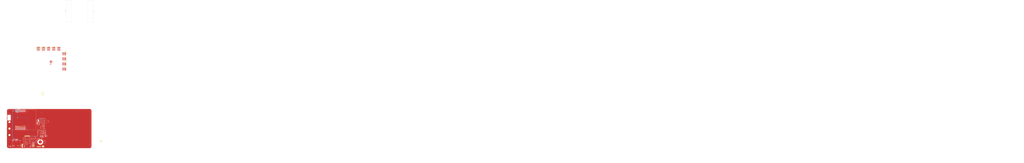
<source format=kicad_pcb>
(kicad_pcb (version 20240108) (generator "pcbnew") (generator_version "8.0")
  (layers (0 "F.Cu" power "F.Cu (GND)") (1 "In1.Cu" signal "In1.Cu (SIG)") (2 "In2.Cu" power "In2.Cu (PWR)") (31 "B.Cu" signal "B.Cu (Data)") (34 "B.Paste" user) (35 "F.Paste" user) (36 "B.SilkS" user "B.Silkscreen") (37 "F.SilkS" user "F.Silkscreen") (38 "B.Mask" user) (39 "F.Mask" user) (44 "Edge.Cuts" user))
  (net 0 "")
  (net 1 "Net-(3.3V501-A)")
  (net 2 "GND")
  (net 3 "VSYS1")
  (net 4 "GPIO23")
  (net 5 "GPIO24")
  (net 6 "SDA3 (GPIO4)")
  (net 7 "Ethernet_Pair0_P")
  (net 8 "SD_VDD_OVERRIDE")
  (net 9 "SDA0")
  (net 10 "Ethernet_Pair0_N")
  (net 11 "GPIO14")
  (net 12 "Camera_GPIO ")
  (net 13 "GPIO_VREF")
  (net 14 "GPIO9")
  (net 15 "GPIO25")
  (net 16 "GPIO11")
  (net 17 "GPIO8")
  (net 18 "GPIO0")
  (net 19 "GPIO1")
  (net 20 "Ethernet_Pair1_P")
  (net 21 "GPIO12")
  (net 22 "GPIO13")
  (net 23 "GPIO19")
  (net 24 "GPIO16")
  (net 25 "GPIO20")
  (net 26 "GPIO21")
  (net 27 "VSAFE")
  (net 28 "VIN")
  (net 29 "CM4_1.8V (Output)")
  (net 30 "AnalogIP0")
  (net 31 " EEPROM_nWP")
  (net 32 "SD_DAT5")
  (net 33 "SD_DAT2")
  (net 34 "Ethernet_nLED2")
  (net 35 "SD_CMD")
  (net 36 "GLOBAL_EN")
  (net 37 "SD_PWR_ON")
  (net 38 "Ethernet_nLED1 ")
  (net 39 "SCL3 (GPIO5)")
  (net 40 "CM4_3.3V (Output) ")
  (net 41 "SDA1 (GPIO2)")
  (net 42 "Ethernet_SYNC_IN")
  (net 43 "GPIO15")
  (net 44 "GPIO10")
  (net 45 "SD_DAT6")
  (net 46 "SD_DAT1")
  (net 47 "RUN_PG")
  (net 48 "Ethernet_Pair3_N")
  (net 49 "Ethernet_Pair1_N")
  (net 50 "nRPIBOOT")
  (net 51 "PI_LED_nPWR")
  (net 52 "Ethernet_Pair2_N")
  (net 53 "GPIO22")
  (net 54 "GPIO18")
  (net 55 "Ethernet_Pair3_P")
  (net 56 "SD_DAT0")
  (net 57 "Ethernet_SYNC_OUT")
  (net 58 "SD_DAT3")
  (net 59 "SD_DAT4")
  (net 60 "GPIO27")
  (net 61 "Ethernet_Pair2_P")
  (net 62 "SD_CLK")
  (net 63 "GPIO17")
  (net 64 " Pi_nLED_Activity ")
  (net 65 "SD_DAT7")
  (net 66 "AnalogIP1")
  (net 67 "BT_nDisable")
  (net 68 "WL_nDisable")
  (net 69 "SCL1 (GPIO3)")
  (net 70 "Ethernet_nLED3")
  (net 71 "nEXTRST")
  (net 72 "HDMI0_CLK_P ")
  (net 73 "HDMI1_CLK_N")
  (net 74 "HDMI0_CLK_N")
  (net 75 "CAM1_D1_P ")
  (net 76 "PCIe_TX_P ")
  (net 77 "CAM0_D0_N")
  (net 78 "DSI1_D0_N")
  (net 79 "HDMI0_SDA")
  (net 80 "USB_N")
  (net 81 "USB_OTG_ID")
  (net 82 "CAM1_D0_P ")
  (net 83 "CAM1_C_N")
  (net 84 "CAM1_D3_P")
  (net 85 "HDMI1_HOTPLUG")
  (net 86 "DSI1_D2_P")
  (net 87 "HDMI1_SCL")
  (net 88 "HDMI0_TX0_N")
  (net 89 "DSI0_D1_P")
  (net 90 "DSI1_D0_P")
  (net 91 "CAM0_D1_N")
  (net 92 "HDMI1_TX0_P")
  (net 93 "USB_P")
  (net 94 "CAM1_D0_N")
  (net 95 "DSI1_D2_N")
  (net 96 "DSI0_D1_N")
  (net 97 "CAM0_C_P")
  (net 98 "HDMI1_SDA")
  (net 99 "CAM1_D2_N")
  (net 100 "DSI1_C_P")
  (net 101 "PCIe_RX_N ")
  (net 102 "PCIe_RX_P")
  (net 103 "HDMI1_TX1_P")
  (net 104 "CAM1_D3_N")
  (net 105 "PCIe_TX_N")
  (net 106 "CAM0_D0_P")
  (net 107 "PCIe_nRST")
  (net 108 "HDMI1_CEC")
  (net 109 "CAM1_D2_P")
  (net 110 "CAM0_D1_P")
  (net 111 "CAM1_C_P")
  (net 112 "DSI1_D1_N")
  (net 113 "HDMI0_SCL")
  (net 114 "HDMI0_TX1_N")
  (net 115 "DSI0_C_P")
  (net 116 "HDMI1_TX1_N")
  (net 117 "PCIe_CLK_P")
  (net 118 "PCIe_CLK_nREQ")
  (net 119 "HDMI1_TX2_P")
  (net 120 "DSI1_D1_P")
  (net 121 "CAM1_D1_N")
  (net 122 "HDMI0_TX2_N")
  (net 123 "HDMI1_TX2_N")
  (net 124 "HDMI0_TX0_P ")
  (net 125 "CAM0_C_N")
  (net 126 "PCIe_CLK_N")
  (net 127 "DSI1_C_N")
  (net 128 "DSI0_C_N")
  (net 129 "DSI0_D0_N")
  (net 130 "HDMI0_TX1_P")
  (net 131 "DSI0_D0_P")
  (net 132 "VDAC_COMP")
  (net 133 "HDMI0_CEC")
  (net 134 "DSI1_D3_P")
  (net 135 "HDMI1_TX0_N")
  (net 136 "HDMI0_HOTPLUG")
  (net 137 "DSI1_D3_N")
  (net 138 "HDMI1_CLK_P")
  (net 139 "HDMI0_TX2_P")
  (net 140 "SCL0")
  (net 141 "VSYS2")
  (net 142 "Net-(D102-K)")
  (net 143 "Net-(U201-VCC)")
  (net 144 "Net-(U201-SW)")
  (net 148 "Net-(U201-CBOOT)")
  (net 149 "Net-(5V501-A)")
  (net 150 "Net-(BT501-+)")
  (net 151 "SDA I")
  (net 152 "SCL I")
  (net 153 "SCL II")
  (net 154 "SDA II")
  (net 155 "SCL III")
  (net 156 "SDA III")
  (net 157 "SDA IV")
  (net 158 "SCL IV")
  (net 159 "SCL V")
  (net 160 "SDA V")
  (net 161 "SCL VI")
  (net 162 "SDA VI")
  (net 163 "SCL VII")
  (net 164 "SDA VII")
  (net 165 "SCL VIII")
  (net 166 "SDA VIII")
  (net 167 "Net-(D101-A2)")
  (net 168 "Net-(D102-A)")
  (net 169 "Net-(U201-RESET)")
  (net 170 "SCL4 (GPIO7)")
  (net 171 "SDA4 (GPIO6)")
  (net 175 "Net-(24V501-A)")
  (net 176 "GPIO26")
  (footprint "TestPoint:TestPoint_Pad_D1.0mm" (layer "F.Cu") (at 39.85 113.35)
    (property "Reference" "TP3")
    (property "Value" "TestPoint")
  )
  (footprint "Transistor_FET:SO8_DIO" (layer "F.Cu") (at 98.1 84.8 180)
    (property "Reference" "U101")
    (property "Value" "DMP3037LSS-13")
  )
  (footprint "LED_SMD:LED_0603_1608Metric" (layer "F.Cu") (at 83.85 113.75 90)
    (property "Reference" "5V501" (hide yes))
    (property "Value" "LED red")
  )
  (footprint "Capacitor_SMD:C_0402_1005Metric" (layer "F.Cu") (at 91.6 68.43 -90)
    (property "Reference" "C204" (hide yes))
    (property "Value" "1uF")
  )
  (footprint "Capacitor_SMD:C_0402_1005Metric" (layer "F.Cu") (at 105.25 84.3 -90)
    (property "Reference" "C102" (hide yes))
    (property "Value" "0.1uF")
  )
  (footprint "Capacitor_SMD:C_0805_2012Metric" (layer "F.Cu") (at 100.75 63.9 90)
    (property "Reference" "C205" (hide yes))
    (property "Value" "22uF")
  )
  (footprint "connectors_molex:MOLEX_874380443" (layer "F.Cu") (at 144.45 -36.45 90)
    (property "Reference" "J15" (hide yes))
    (property "Value" "I²C")
  )
  (footprint "LED_SMD:LED_0603_1608Metric" (layer "F.Cu") (at 85.6 113.75 90)
    (property "Reference" "3.3V501" (hide yes))
    (property "Value" "LED red")
  )
  (footprint "Capacitor_SMD:C_0805_2012Metric" (layer "F.Cu") (at 98.65 63.9 90)
    (property "Reference" "C206" (hide yes))
    (property "Value" "22uF")
  )
  (footprint "Diode_SMD:D_SOD-123" (layer "F.Cu") (at 103.45 85.9 90)
    (property "Reference" "D102" (hide yes))
    (property "Value" "PDZ16BGWJ, 16V")
  )
  (footprint "inductors_würth:WE-LHMI_4020" (layer "F.Cu") (at 93.9 62.9)
    (property "Reference" "L201" (hide yes))
    (property "Value" "2,2uH")
  )
  (footprint "MSD_4_A:CUI_MSD-4-A" (layer "F.Cu") (at 51.8 108.3375)
    (property "Reference" "J2")
    (property "Value" "Micro_SD_Card")
  )
  (footprint "connectors_molex:Molex_PicoSpox_hor_4pos_874380443" (layer "F.Cu") (at 144.45 -66 90)
    (property "Reference" "J9" (hide yes))
    (property "Value" "I²C")
  )
  (footprint "Capacitor_SMD:C_0805_2012Metric" (layer "F.Cu") (at 106.45 59.8)
    (property "Reference" "C301" (hide yes))
    (property "Value" "1uF, 16V")
  )
  (footprint "TestPoint:TestPoint_Pad_D1.0mm" (layer "F.Cu") (at 87.85 96.35)
    (property "Reference" "TP1")
    (property "Value" "TestPoint")
  )
  (footprint "connectors_SAMTEC:SAMTEC_UMPT-02-01-L-RA-WT-M-TR" (layer "F.Cu") (at 72.6 112.9)
    (property "Reference" "J1")
    (property "Value" "UMPT-02-01-L-RA-WT-M-TR")
  )
  (footprint "BH-122A-5:BH-122A-5" (layer "F.Cu") (at 97.515 104.225566 180)
    (property "Reference" "BT501" (hide yes))
    (property "Value" "Battery_Cell" (hide yes))
  )
  (footprint "connectors_molex:MOLEX_874380443" (layer "F.Cu") (at 113.54 -76.55 180)
    (property "Reference" "J12" (hide yes))
    (property "Value" "I²C")
  )
  (footprint "Resistor_SMD:R_0402_1005Metric" (layer "F.Cu") (at 117.4 -45.86875 90)
    (property "Reference" "R602" (hide yes))
    (property "Value" "10K")
  )
  (footprint "Resistor_SMD:R_0603_1608Metric" (layer "F.Cu") (at 98.997626 94.199874)
    (property "Reference" "R502" (hide yes))
    (property "Value" "10k")
  )
  (footprint "LED_SMD:LED_0603_1608Metric" (layer "F.Cu") (at 82 113.75 90)
    (property "Reference" "24V501" (hide yes))
    (property "Value" "LED red")
  )
  (footprint "Diode_SMD:D_SMA" (layer "F.Cu") (at 83.65 98.25 90)
    (property "Reference" "D101" (hide yes))
    (property "Value" "SMAJ28CA")
  )
  (footprint "Resistor_SMD:R_0402_1005Metric" (layer "F.Cu") (at 116.45 -45.86875 90)
    (property "Reference" "R601" (hide yes))
    (property "Value" "10K")
  )
  (footprint "TestPoint:TestPoint_Pad_D1.0mm" (layer "F.Cu") (at 36.4 113.35)
    (property "Reference" "TP2")
    (property "Value" "TestPoint")
  )
  (footprint "connectors_molex:MOLEX_874380443" (layer "F.Cu") (at 103.7 -76.55 180)
    (property "Reference" "J13" (hide yes))
    (property "Value" "I²C")
  )
  (footprint "Package_DFN_QFN:Texas_RGE0024C_VQFN-24-1EP_4x4mm_P0.5mm_EP2.1x2.1mm" (layer "F.Cu") (at 118 -50.48125 180)
    (property "Reference" "U601")
    (property "Value" "PCA9548ARGE")
  )
  (footprint "Capacitor_SMD:C_0603_1608Metric" (layer "F.Cu") (at 110.5575 93.41 -90)
    (property "Reference" "C501" (hide yes))
    (property "Value" "10uF")
  )
  (footprint "Capacitor_SMD:C_0402_1005Metric" (layer "F.Cu") (at 105.25 86.58 90)
    (property "Reference" "C101" (hide yes))
    (property "Value" "0.1uF")
  )
  (footprint "rtc:SOIC127P600X175-8N" (layer "F.Cu") (at 104.9175 92.015 180)
    (property "Reference" "U501")
    (property "Value" "DS3231M+TRL")
  )
  (footprint "TestPoint:TestPoint_Pad_D1.0mm" (layer "F.Cu") (at 104.65 74.2)
    (property "Reference" "TP4")
    (property "Value" "TestPoint")
  )
  (footprint "Resistor_SMD:R_0402_1005Metric" (layer "F.Cu") (at 102.45 82.06 90)
    (property "Reference" "R101" (hide yes))
    (property "Value" "47k, 63mW")
  )
  (footprint "MountingEquipment:DINRailAdapter_3xM3_PhoenixContact_1201578" (layer "F.Cu") (at 152.25 -148.4 -90)
    (property "Reference" "DRA2")
    (property "Value" "DIN_Rail_Adapter")
  )
  (footprint "BLM41PG600SN1L:BEADC4516X180N" (layer "F.Cu") (at 107.15 85.55 90)
    (property "Reference" "FB101")
    (property "Value" "60R @ 100MHz, 6A")
  )
  (footprint "Capacitor_SMD:C_0805_2012Metric" (layer "F.Cu") (at 101 68.9 180)
    (property "Reference" "C202" (hide yes))
    (property "Value" "220nF, 50V")
  )
  (footprint "connectors_Hirose:HRS_DF40HC_3.0_-100DS-0.4V_58" (layer "F.Cu") (at 59.25 44.3 180)
    (property "Reference" "J3")
    (property "Value" "DF40HC_3.0_-100DS-0.4V_58")
  )
  (footprint "Resistor_SMD:R_0402_1005Metric" (layer "F.Cu") (at 90.6 68.45 90)
    (property "Reference" "R201" (hide yes))
    (property "Value" "100k")
  )
  (footprint "connectors_molex:MOLEX_874380443" (layer "F.Cu") (at 93.85 -76.55 180)
    (property "Reference" "J14" (hide yes))
    (property "Value" "I²C")
  )
  (footprint "connectors_Hirose:HRS_DF40HC_3.0_-100DS-0.4V_58" (layer "F.Cu") (at 59.25 78.3 180)
    (property "Reference" "J4")
    (property "Value" "DF40HC_3.0_-100DS-0.4V_58")
  )
  (footprint "3588TR:FUSE_3588" (layer "F.Cu") (at 72.34 99.17)
    (property "Reference" "F101")
    (property "Value" "3A")
  )
  (footprint "Resistor_SMD:R_0603_1608Metric" (layer "F.Cu") (at 82 106.9 -90)
    (property "Reference" "R102" (hide yes))
    (property "Value" "1.5k, 1/3W")
  )
  (footprint "Capacitor_SMD:C_0805_2012Metric" (layer "F.Cu") (at 101 70.95 180)
    (property "Reference" "C201" (hide yes))
    (property "Value" "10uF, 50V")
  )
  (footprint "ldo:SOT-223_S_MCH" (layer "F.Cu") (at 107.6 64.65 -90)
    (property "Reference" "U301")
    (property "Value" "MIC37100-3.3WS-TR")
  )
  (footprint "Capacitor_SMD:C_0402_1005Metric" (layer "F.Cu") (at 91.6 66.4 90)
    (property "Reference" "C203" (hide yes))
    (property "Value" "220nF")
  )
  (footprint "connectors_molex:Molex_PicoSpox_hor_4pos_874380443" (layer "F.Cu") (at 144.45 -56.15 90)
    (property "Reference" "J8" (hide yes))
    (property "Value" "I²C")
  )
  (footprint "Capacitor_SMD:C_0805_2012Metric" (layer "F.Cu") (at 106.45 69.55)
    (property "Reference" "C302" (hide yes))
    (property "Value" "10uF, 16V")
  )
  (footprint "connectors_molex:Molex_PicoSpox_hor_4pos_874380443" (layer "F.Cu") (at 133.25 -76.55 180)
    (property "Reference" "J10" (hide yes))
    (property "Value" "I²C")
  )
  (footprint "connectors_molex:MOLEX_874380443" (layer "F.Cu") (at 144.45 -46.3 90)
    (property "Reference" "J7")
    (property "Value" "I²C")
  )
  (footprint "connectors_molex:MOLEX_874380443" (layer "F.Cu") (at 123.4 -76.55 180)
    (property "Reference" "J11" (hide yes))
    (property "Value" "I²C")
  )
  (footprint "Resistor_SMD:R_0603_1608Metric" (layer "F.Cu") (at 83.85 106.9 -90)
    (property "Reference" "R202" (hide yes))
    (property "Value" "160, 1/10W")
  )
  (footprint "CD-DC-converter IC:LM63635CAQDRRQ1" (layer "F.Cu") (at 94.49 67.5)
    (property "Reference" "U201")
    (property "Value" "~")
  )
  (footprint "UWT1V101MCL1GS:CAPAE830X1000N" (layer "F.Cu") (at 96.7 76.7 180)
    (property "Reference" "C103" (hide yes))
    (property "Value" "100uF")
  )
  (footprint "MountingEquipment:DINRailAdapter_3xM3_PhoenixContact_1201578" (layer "F.Cu") (at 193.95 -147.9 90)
    (property "Reference" "DRA1")
    (property "Value" "DIN_Rail_Adapter")
  )
  (footprint "Resistor_SMD:R_0603_1608Metric" (layer "F.Cu") (at 98.997626 92.439874)
    (property "Reference" "R501" (hide yes))
    (property "Value" "10k")
  )
  (footprint "MountingEquipment:DINRailAdapter_3xM3_PhoenixContact_1201578" (layer "F.Cu") (at 38.2 78.35 -90)
    (property "Reference" "DRA3")
    (property "Value" "DIN_Rail_Adapter")
  )
  (footprint "Resistor_SMD:R_0603_1608Metric" (layer "F.Cu") (at 85.6 106.9 90)
    (property "Reference" "R301" (hide yes))
    (property "Value" "75k, 1/10W")
  )
  (gr_poly (pts (xy 102.889525 113.758338) (xy 102.899203 113.757652) (xy 102.908706 113.75652) (xy 102.918026 113.754952) (xy 102.927152 113.752957) (xy 102.936074 113.750546) (xy 102.944783 113.747728) (xy 102.953269 113.744513) (xy 102.961523 113.74091) (xy 102.969534 113.73693) (xy 102.977294 113.732581) (xy 102.984792 113.727873) (xy 102.992019 113.722817) (xy 102.998964 113.717422) (xy 103.005619 113.711697) (xy 103.011974 113.705652) (xy 103.018018 113.699298) (xy 103.023743 113.692643) (xy 103.029138 113.685697) (xy 103.034195 113.678471) (xy 103.038902 113.670973) (xy 103.043251 113.663213) (xy 103.047232 113.655202) (xy 103.050834 113.646948) (xy 103.05405 113.638462) (xy 103.056868 113.629753) (xy 103.059279 113.62083) (xy 103.061273 113.611705) (xy 103.062841 113.602385) (xy 103.063973 113.592881) (xy 103.06466 113.583203) (xy 103.06489 113.573361) (xy 103.06489 113.044194) (xy 103.594057 113.044194) (xy 103.6039 113.043963) (xy 103.613578 113.043277) (xy 103.623082 113.042145) (xy 103.632401 113.040577) (xy 103.641527 113.038582) (xy 103.650449 113.036171) (xy 103.659158 113.033353) (xy 103.667644 113.030138) (xy 103.675898 113.026535) (xy 103.68391 113.022554) (xy 103.691669 113.018206) (xy 103.699167 113.013498) (xy 103.706394 113.008442) (xy 103.713339 113.003047) (xy 103.719994 112.997322) (xy 103.726349 112.991277) (xy 103.732393 112.984923) (xy 103.738118 112.978268) (xy 103.743513 112.971322) (xy 103.74857 112.964096) (xy 103.753277 112.956598) (xy 103.757626 112.948838) (xy 103.761607 112.940827) (xy 103.765209 112.932573) (xy 103.768425 112.924087) (xy 103.771243 112.915378) (xy 103.773654 112.906455) (xy 103.775648 112.89733) (xy 103.777216 112.88801) (xy 103.778348 112.878507) (xy 103.779035 112.868829) (xy 103.779265 112.858986) (xy 103.779035 112.849143) (xy 103.778348 112.839465) (xy 103.777216 112.829962) (xy 103.775648 112.820642) (xy 103.773654 112.811516) (xy 103.771243 112.802594) (xy 103.768425 112.793885) (xy 103.765209 112.785399) (xy 103.761607 112.777145) (xy 103.757626 112.769134) (xy 103.753277 112.761374) (xy 103.74857 112.753876) (xy 103.743513 112.746649) (xy 103.738118 112.739704) (xy 103.732393 112.733049) (xy 103.726349 112.726694) (xy 103.719994 112.72065) (xy 103.713339 112.714925) (xy 103.706394 112.70953) (xy 103.699167 112.704473) (xy 103.691669 112.699766) (xy 103.68391 112.695417) (xy 103.675898 112.691436) (xy 103.667644 112.687834) (xy 103.659158 112.684618) (xy 103.650449 112.6818) (xy 103.641527 112.679389) (xy 103.632401 112.677395) (xy 103.623082 112.675827) (xy 103.613578 112.674695) (xy 103.6039 112.674008) (xy 103.594057 112.673778) (xy 103.06489 112.673778) (xy 103.06489 112.144611) (xy 103.06466 112.134768) (xy 103.063973 112.12509) (xy 103.062841 112.115586) (xy 103.061273 112.106267) (xy 103.059279 112.097141) (xy 103.056868 112.088219) (xy 103.05405 112.07951) (xy 103.050834 112.071024) (xy 103.047232 112.06277) (xy 103.043251 112.054758) (xy 103.038902 112.046999) (xy 103.034195 112.039501) (xy 103.029138 112.032274) (xy 103.023743 112.025329) (xy 103.018018 112.018674) (xy 103.011974 112.012319) (xy 103.005619 112.006275) (xy 102.998964 112.00055) (xy 102.992019 111.995155) (xy 102.984792 111.990098) (xy 102.977294 111.985391) (xy 102.969534 111.981042) (xy 102.961523 111.977061) (xy 102.953269 111.973459) (xy 102.944783 111.970243) (xy 102.936074 111.967425) (xy 102.927152 111.965014) (xy 102.918026 111.96302) (xy 102.908706 111.961452) (xy 102.899203 111.96032) (xy 102.889525 111.959633) (xy 102.879682 111.959403) (xy 102.879682 110.689403) (xy 102.99066 110.692247) (xy 103.100257 110.700687) (xy 103.208332 110.714583) (xy 103.314746 110.733793) (xy 103.419358 110.758177) (xy 103.522027 110.787594) (xy 103.622613 110.821905) (xy 103.720975 110.860968) (xy 103.816972 110.904644) (xy 103.910466 110.952791) (xy 104.001314 111.005269) (xy 104.089376 111.061938) (xy 104.174512 111.122657) (xy 104.256581 111.187286) (xy 104.335444 111.255683) (xy 104.410958 111.32771) (xy 104.482985 111.403224) (xy 104.551382 111.482087) (xy 104.616011 111.564156) (xy 104.67673 111.649292) (xy 104.733399 111.737355) (xy 104.785877 111.828203) (xy 104.834024 111.921696) (xy 104.8777 112.017694) (xy 104.916763 112.116056) (xy 104.951074 112.216641) (xy 104.980491 112.31931) (xy 105.004875 112.423922) (xy 105.024085 112.530336) (xy 105.037981 112.638412) (xy 105.046421 112.748008) (xy 105.049265 112.858986) (xy 105.046421 112.969963) (xy 105.037981 113.07956) (xy 105.024085 113.187636) (xy 105.004875 113.29405) (xy 104.980491 113.398661) (xy 104.951074 113.50133) (xy 104.916763 113.601916) (xy 104.8777 113.700278) (xy 104.834024 113.796276) (xy 104.785877 113.889769) (xy 104.733399 113.980617) (xy 104.67673 114.068679) (xy 104.616011 114.153815) (xy 104.551382 114.235885) (xy 104.482985 114.314747) (xy 104.410958 114.390262) (xy 104.335444 114.462288) (xy 104.256581 114.530686) (xy 104.174512 114.595315) (xy 104.089376 114.656034) (xy 104.001313 114.712702) (xy 103.910465 114.765181) (xy 103.816972 114.813328) (xy 103.720974 114.857003) (xy 103.622612 114.896067) (xy 103.522027 114.930377) (xy 103.419358 114.959795) (xy 103.314746 114.984179) (xy 103.208332 115.003389) (xy 103.100256 115.017284) (xy 102.99066 115.025724) (xy 102.879682 115.028569) (xy 102.879682 113.758569)) (fill solid) (layer "F.SilkS"))
  (gr_arc (start 89.25 77.8) (mid 88.224878 80.274876) (end 85.75 81.3) (stroke (width 0.15)) (layer "F.SilkS"))
  (gr_line (start 34.25 77.8) (end 34.25 44.8) (stroke (width 0.15)) (layer "F.SilkS"))
  (gr_arc (start 85.75 41.3) (mid 88.224896 42.325116) (end 89.25 44.8) (stroke (width 0.15)) (layer "F.SilkS"))
  (gr_arc (start 34.25 44.8) (mid 35.275123 42.325123) (end 37.75 41.3) (stroke (width 0.15)) (layer "F.SilkS"))
  (gr_arc (start 37.75 81.3) (mid 35.275123 80.274878) (end 34.25 77.8) (stroke (width 0.15)) (layer "F.SilkS"))
  (gr_line (start 37.75 41.3) (end 85.75 41.3) (stroke (width 0.15)) (layer "F.SilkS"))
  (gr_poly (pts (xy 100.712944 112.748008) (xy 100.721384 112.638412) (xy 100.735279 112.530336) (xy 100.754489 112.423922) (xy 100.778873 112.31931) (xy 100.808291 112.216641) (xy 100.842601 112.116056) (xy 100.881665 112.017694) (xy 100.92534 111.921696) (xy 100.973487 111.828203) (xy 101.025966 111.737355) (xy 101.082634 111.649292) (xy 101.143353 111.564156) (xy 101.207982 111.482087) (xy 101.27638 111.403224) (xy 101.348406 111.32771) (xy 101.423921 111.255683) (xy 101.502783 111.187286) (xy 101.584853 111.122657) (xy 101.669989 111.061938) (xy 101.758051 111.005269) (xy 101.848899 110.952791) (xy 101.942392 110.904644) (xy 102.03839 110.860968) (xy 102.136752 110.821905) (xy 102.237338 110.787594) (xy 102.340007 110.758177) (xy 102.444618 110.733793) (xy 102.551032 110.714583) (xy 102.659108 110.700687) (xy 102.768705 110.692247) (xy 102.879682 110.689403) (xy 102.879682 111.959403) (xy 102.869839 111.959633) (xy 102.860161 111.96032) (xy 102.850658 111.961452) (xy 102.841338 111.96302) (xy 102.832213 111.965014) (xy 102.82329 111.967425) (xy 102.814581 111.970243) (xy 102.806095 111.973459) (xy 102.797841 111.977061) (xy 102.78983 111.981042) (xy 102.78207 111.985391) (xy 102.774572 111.990098) (xy 102.767346 111.995155) (xy 102.7604 112.00055) (xy 102.753745 112.006275) (xy 102.747391 112.012319) (xy 102.741346 112.018674) (xy 102.735621 112.025329) (xy 102.730226 112.032274) (xy 102.72517 112.039501) (xy 102.720462 112.046999) (xy 102.716114 112.054758) (xy 102.712133 112.06277) (xy 102.70853 112.071024) (xy 102.705315 112.07951) (xy 102.702497 112.088219) (xy 102.700086 112.097141) (xy 102.698091 112.106267) (xy 102.696523 112.115586) (xy 102.695391 112.12509) (xy 102.694705 112.134768) (xy 102.694474 112.144611) (xy 102.694474 112.673778) (xy 102.165307 112.673778) (xy 102.155465 112.674008) (xy 102.145787 112.674695) (xy 102.136283 112.675827) (xy 102.126963 112.677395) (xy 102.117838 112.679389) (xy 102.108915 112.6818) (xy 102.100206 112.684618) (xy 102.09172 112.687834) (xy 102.083466 112.691436) (xy 102.075455 112.695417) (xy 102.067695 112.699766) (xy 102.060197 112.704473) (xy 102.052971 112.70953) (xy 102.046025 112.714925) (xy 102.03937 112.72065) (xy 102.033016 112.726694) (xy 102.026971 112.733049) (xy 102.021246 112.739704) (xy 102.015851 112.746649) (xy 102.010795 112.753876) (xy 102.006087 112.761374) (xy 102.001739 112.769134) (xy 101.997758 112.777145) (xy 101.994155 112.785399) (xy 101.99094 112.793885) (xy 101.988122 112.802594) (xy 101.985711 112.811516) (xy 101.983716 112.820642) (xy 101.982148 112.829962) (xy 101.981016 112.839465) (xy 101.98033 112.849143) (xy 101.980099 112.858986) (xy 101.98033 112.868829) (xy 101.981016 112.878507) (xy 101.982148 112.88801) (xy 101.983716 112.89733) (xy 101.985711 112.906455) (xy 101.988122 112.915378) (xy 101.99094 112.924087) (xy 101.994155 112.932573) (xy 101.997758 112.940827) (xy 102.001738 112.948838) (xy 102.006087 112.956598) (xy 102.010795 112.964096) (xy 102.015851 112.971322) (xy 102.021246 112.978268) (xy 102.026971 112.984923) (xy 102.033016 112.991277) (xy 102.03937 112.997322) (xy 102.046025 113.003047) (xy 102.052971 113.008442) (xy 102.060197 113.013498) (xy 102.067695 113.018206) (xy 102.075455 113.022554) (xy 102.083466 113.026535) (xy 102.09172 113.030138) (xy 102.100206 113.033353) (xy 102.108915 113.036171) (xy 102.117838 113.038582) (xy 102.126963 113.040577) (xy 102.136283 113.042145) (xy 102.145787 113.043277) (xy 102.155465 113.043963) (xy 102.165307 113.044194) (xy 102.694474 113.044194) (xy 102.694474 113.573361) (xy 102.694705 113.583203) (xy 102.695391 113.592881) (xy 102.696523 113.602385) (xy 102.698091 113.611705) (xy 102.700086 113.62083) (xy 102.702497 113.629753) (xy 102.705315 113.638462) (xy 102.70853 113.646948) (xy 102.712133 113.655202) (xy 102.716114 113.663213) (xy 102.720462 113.670973) (xy 102.72517 113.678471) (xy 102.730226 113.685697) (xy 102.735621 113.692643) (xy 102.741346 113.699298) (xy 102.747391 113.705652) (xy 102.753745 113.711697) (xy 102.7604 113.717422) (xy 102.767346 113.722817) (xy 102.774572 113.727873) (xy 102.78207 113.732581) (xy 102.78983 113.73693) (xy 102.797841 113.74091) (xy 102.806095 113.744513) (xy 102.814581 113.747728) (xy 102.82329 113.750546) (xy 102.832213 113.752957) (xy 102.841338 113.754952) (xy 102.850658 113.75652) (xy 102.860161 113.757652) (xy 102.869839 113.758338) (xy 102.879682 113.758569) (xy 102.879682 115.028569) (xy 102.768705 115.025724) (xy 102.659108 115.017284) (xy 102.551032 115.003389) (xy 102.444618 114.984179) (xy 102.340007 114.959795) (xy 102.237338 114.930377) (xy 102.136752 114.896067) (xy 102.03839 114.857003) (xy 101.942392 114.813328) (xy 101.848899 114.765181) (xy 101.758051 114.712702) (xy 101.669989 114.656034) (xy 101.584853 114.595315) (xy 101.502783 114.530686) (xy 101.423921 114.462288) (xy 101.348406 114.390262) (xy 101.27638 114.314747) (xy 101.207982 114.235885) (xy 101.143353 114.153815) (xy 101.082634 114.068679) (xy 101.025966 113.980617) (xy 100.973487 113.889769) (xy 100.92534 113.796276) (xy 100.881665 113.700278) (xy 100.842601 113.601916) (xy 100.808291 113.50133) (xy 100.778873 113.398661) (xy 100.754489 113.29405) (xy 100.735279 113.187636) (xy 100.721384 113.07956) (xy 100.712944 112.969963) (xy 100.710099 112.858986)) (fill solid) (layer "F.SilkS"))
  (gr_line (start 85.75 81.3) (end 37.75 81.3) (stroke (width 0.15)) (layer "F.SilkS"))
  (gr_line (start 89.25 44.8) (end 89.25 77.8) (stroke (width 0.15)) (layer "F.SilkS"))
  (gr_line (start 196.2 43.9) (end 196.2 112.9) (stroke (width 0.1)) (layer "Edge.Cuts"))
  (gr_arc (start 192.7 40.4) (mid 195.174874 41.425126) (end 196.2 43.9) (stroke (width 0.1)) (layer "Edge.Cuts"))
  (gr_arc (start 36.7 116.4) (mid 34.225126 115.374874) (end 33.2 112.9) (stroke (width 0.1)) (layer "Edge.Cuts"))
  (gr_arc (start 196.2 112.9) (mid 195.174874 115.374874) (end 192.7 116.4) (stroke (width 0.1)) (layer "Edge.Cuts"))
  (gr_line (start 33.2 112.9) (end 33.2 43.9) (stroke (width 0.1)) (layer "Edge.Cuts"))
  (gr_arc (start 33.2 43.9) (mid 34.22577 41.423573) (end 36.702197 40.397803) (stroke (width 0.1)) (layer "Edge.Cuts"))
  (gr_line (start 192.7 116.4) (end 36.7 116.4) (stroke (width 0.1)) (layer "Edge.Cuts"))
  (gr_line (start 36.7 40.4) (end 192.7 40.4) (stroke (width 0.1)) (layer "Edge.Cuts"))
  (gr_text "V" (at 103.7 10.05 90) (layer "F.SilkS" knockout) (effects (font (size 1 1) (thickness 0.125)) (justify bottom)))
  (gr_text "3.3V" (at 214.516668 102.8 90) (layer "F.SilkS" knockout) (effects (font (size 1 1) (thickness 0.125)) (justify bottom)))
  (gr_text "SIG" (at 217.6 102.8 90) (layer "F.SilkS" knockout) (effects (font (size 1 1) (thickness 0.125)) (justify bottom)))
  (gr_text "G" (at 105.2 10.049999 90) (layer "F.SilkS" knockout) (effects (font (size 1 1) (thickness 0.125)) (justify bottom)))
  (gr_text "3.3V" (at 86.25 112.3 90) (layer "F.SilkS" knockout) (effects (font (size 1 1) (thickness 0.25) (bold yes)) (justify left bottom)))
  (gr_text "Raspberry Pi CM4" (at 48.825125 74.925117 0) (layer "F.SilkS") (effects (font (size 1.5 1.5) (thickness 0.3) (bold yes)) (justify left bottom)))
  (gr_text "C" (at 102.025 13.549999 90) (layer "F.SilkS" knockout) (effects (font (size 1 1) (thickness 0.125)) (justify bottom)))
  (gr_text "G" (at 105.175 8.2 90) (layer "F.SilkS" knockout) (effects (font (size 1 1) (thickness 0.125)) (justify bottom)))
  (gr_text "C" (at 93.65 -81.05 90) (layer "F.SilkS" knockout) (effects (font (size 1 1) (thickness 0.125)) (justify bottom)))
  (gr_text "D" (at 100.475 13.549999 90) (layer "F.SilkS" knockout) (effects (font (size 1 1) (thickness 0.125)) (justify bottom)))
  (gr_text "D" (at 99.875 11.949999 90) (layer "F.SilkS" knockout) (effects (font (size 1 1) (thickness 0.125)) (justify bottom)))
  (gr_text "I²C III" (at 148.3 -69.95 0) (layer "F.SilkS" knockout) (effects (font (size 1 1) (thickness 0.2) (bold yes)) (justify right bottom)))
  (gr_text "I²C VII" (at 99.81 -79.475 90) (layer "F.SilkS" knockout) (effects (font (size 1 1) (thickness 0.2) (bold yes)) (justify right bottom)))
  (gr_text "24V" (at 82.65 112.3 90) (layer "F.SilkS" knockout) (effects (font (size 1 1) (thickness 0.25) (bold yes)) (justify left bottom)))
  (gr_text "G" (at 105.1 13.549999 90) (layer "F.SilkS" knockout) (effects (font (size 1 1) (thickness 0.125)) (justify bottom)))
  (gr_text "FUSE 3A" (at 67.425 93.7 0) (layer "F.SilkS" knockout) (effects (font (size 1.5 1.5) (thickness 0.1875)) (justify left bottom)))
  (gr_text "GND" (at 212.975002 102.8 90) (layer "F.SilkS" knockout) (effects (font (size 1 1) (thickness 0.125)) (justify bottom)))
  (gr_text "D" (at 100.575 10.049999 90) (layer "F.SilkS" knockout) (effects (font (size 1 1) (thickness 0.125)) (justify bottom)))
  (gr_text "I²C 0" (at 147.625 -40.35 0) (layer "F.SilkS" knockout) (effects (font (size 1 1) (thickness 0.2) (bold yes)) (justify right bottom)))
  (gr_text "I²C V" (at 119.46 -79.2 90) (layer "F.SilkS" knockout) (effects (font (size 1 1) (thickness 0.2) (bold yes)) (justify right bottom)))
  (gr_text "V" (at 95.225 -81.049999 90) (layer "F.SilkS" knockout) (effects (font (size 1 1) (thickness 0.125)) (justify bottom)))
  (gr_text "C" (at 102.125 10.049999 90) (layer "F.SilkS" knockout) (effects (font (size 1 1) (thickness 0.125)) (justify bottom)))
  (gr_text "I²C VI" (at 109.55 -79.475 90) (layer "F.SilkS" knockout) (effects (font (size 1 1) (thickness 0.2) (bold yes)) (justify right bottom)))
  (gr_text "I²C IV" (at 129.3 -80.4 90) (layer "F.SilkS" knockout) (effects (font (size 1 1) (thickness 0.2) (bold yes)) (justify right bottom)))
  (gr_text "POWER IN \n24VDC" (at 64.2 115.35 90) (layer "F.SilkS" knockout) (effects (font (size 1 1)) (justify left bottom)))
  (gr_text "5V" (at 216.058334 102.8 90) (layer "F.SilkS" knockout) (effects (font (size 1 1) (thickness 0.125)) (justify bottom)))
  (gr_text "V" (at 103 11.95 90) (layer "F.SilkS" knockout) (effects (font (size 1 1) (thickness 0.125)) (justify bottom)))
  (gr_text "D" (at 92.1 -81.05 90) (layer "F.SilkS" knockout) (effects (font (size 1 1) (thickness 0.125)) (justify bottom)))
  (gr_text "G" (at 104.5 11.949999 90) (layer "F.SilkS" knockout) (effects (font (size 1 1) (thickness 0.125)) (justify bottom)))
  (gr_text "5V" (at 84.5 112.35 90) (layer "F.SilkS" knockout) (effects (font (size 1 1) (thickness 0.25) (bold yes)) (justify left bottom)))
  (gr_text "I²C VIII" (at 89.96 -79.475 90) (layer "F.SilkS" knockout) (effects (font (size 1 1) (thickness 0.2) (bold yes)) (justify right bottom)))
  (gr_text "G" (at 96.725 -81.05 90) (layer "F.SilkS" knockout) (effects (font (size 1 1) (thickness 0.125)) (justify bottom)))
  (gr_text "I²C II" (at 148.3 -60.2 0) (layer "F.SilkS" knockout) (effects (font (size 1 1) (thickness 0.2) (bold yes)) (justify right bottom)))
  (gr_text "I²C I" (at 148.3 -50.35 0) (layer "F.SilkS" knockout) (effects (font (size 1 1) (thickness 0.2) (bold yes)) (justify right bottom)))
  (gr_text "C" (at 101.425 11.949999 90) (layer "F.SilkS" knockout) (effects (font (size 1 1) (thickness 0.125)) (justify bottom)))
  (gr_text "CR1220" (at 94.91489 114.326765 0) (layer "F.SilkS" knockout) (effects (font (size 1.5 1.5) (thickness 0.3) (bold yes)) (justify bottom)))
  (gr_text "V" (at 103.675 8.200001 90) (layer "F.SilkS" knockout) (effects (font (size 1 1) (thickness 0.125)) (justify bottom)))
  (gr_text "V" (at 103.6 13.55 90) (layer "F.SilkS" knockout) (effects (font (size 1 1) (thickness 0.125)) (justify bottom)))
  (gr_text "C" (at 102.1 8.2 90) (layer "F.SilkS" knockout) (effects (font (size 1 1) (thickness 0.125)) (justify bottom)))
  (gr_text "D" (at 100.55 8.2 90) (layer "F.SilkS" knockout) (effects (font (size 1 1) (thickness 0.125)) (justify bottom)))
  (segment (start 85.59 107.5375) (end 85.59 112.925) (width 0.25) (layer "F.Cu") (net 1))
  (segment (start 97.515 97.684433) (end 97.504489 97.673922) (width 0.25) (layer "F.Cu") (net 2))
  (segment (start 97.515 104.225566) (end 97.515 97.684433) (width 0.75) (layer "F.Cu") (net 2))
  (via (at 77.2 107.507444) (size 0.3) (drill 0.2) (layers "F.Cu" "B.Cu") (net 2))
  (via (at 76.7 107.507444) (size 0.3) (drill 0.2) (layers "F.Cu" "B.Cu") (net 2))
  (via (at 77.2 108.557444) (size 0.3) (drill 0.2) (layers "F.Cu" "B.Cu") (net 2))
  (via (at 74.7 107.507444) (size 0.3) (drill 0.2) (layers "F.Cu" "B.Cu") (net 2))
  (via (at 75.7 107.507444) (size 0.3) (drill 0.2) (layers "F.Cu" "B.Cu") (net 2))
  (via (at 77.7 108.007444) (size 0.3) (drill 0.2) (layers "F.Cu" "B.Cu") (net 2))
  (via (at 74.7 108.507444) (size 0.3) (drill 0.2) (layers "F.Cu" "B.Cu") (net 2))
  (via (at 75.7 108.007444) (size 0.3) (drill 0.2) (layers "F.Cu" "B.Cu") (net 2))
  (via (at 76.2 108.557444) (size 0.3) (drill 0.2) (layers "F.Cu" "B.Cu") (net 2))
  (via (at 75.7 108.507444) (size 0.3) (drill 0.2) (layers "F.Cu" "B.Cu") (net 2))
  (via (at 77.7 107.507444) (size 0.3) (drill 0.2) (layers "F.Cu" "B.Cu") (net 2))
  (via (at 77.7 108.557444) (size 0.3) (drill 0.2) (layers "F.Cu" "B.Cu") (net 2))
  (via (at 75.2 107.507444) (size 0.3) (drill 0.2) (layers "F.Cu" "B.Cu") (net 2))
  (via (at 76.2 107.507444) (size 0.3) (drill 0.2) (layers "F.Cu" "B.Cu") (net 2))
  (via (at 75.2 108.507444) (size 0.3) (drill 0.2) (layers "F.Cu" "B.Cu") (net 2))
  (via (at 74.7 108.007444) (size 0.3) (drill 0.2) (layers "F.Cu" "B.Cu") (net 2))
  (via (at 76.7 108.557444) (size 0.3) (drill 0.2) (layers "F.Cu" "B.Cu") (net 2))
  (via (at 76.7 108.007444) (size 0.3) (drill 0.2) (layers "F.Cu" "B.Cu") (net 2))
  (segment (start 98.172626 92.439874) (end 98.172626 91.525126) (width 0.25) (layer "F.Cu") (net 3))
  (segment (start 83.84 104.84) (end 83.75 104.75) (width 0.25) (layer "F.Cu") (net 3))
  (segment (start 52.65 42.1625) (end 52.7 42.1125) (width 0.125) (layer "F.Cu") (net 3))
  (segment (start 53.85 42.76) (end 53.45 42.76) (width 0.125) (layer "F.Cu") (net 3))
  (segment (start 83.84 105.8875) (end 83.84 104.84) (width 0.25) (layer "F.Cu") (net 3))
  (segment (start 53.05 42.76) (end 53.05 42.1625) (width 0.125) (layer "F.Cu") (net 3))
  (segment (start 53.45 42.76) (end 53.45 42.1625) (width 0.125) (layer "F.Cu") (net 3))
  (segment (start 52.65 42.76) (end 52.65 42.1625) (width 0.125) (layer "F.Cu") (net 3))
  (segment (start 39.85 113.35) (end 41.35 113.35) (width 0.25) (layer "F.Cu") (net 3))
  (segment (start 107.3925 92.65) (end 110.5425 92.65) (width 0.25) (layer "F.Cu") (net 3))
  (segment (start 95.8 68.75) (end 95.8 70.25) (width 0.25) (layer "F.Cu") (net 3))
  (segment (start 52.25 42.1625) (end 52.3 42.1125) (width 0.125) (layer "F.Cu") (net 3))
  (segment (start 98.172626 91.525126) (end 98.1575 91.51) (width 0.25) (layer "F.Cu") (net 3))
  (segment (start 110.5425 92.65) (end 110.5575 92.635) (width 0.25) (layer "F.Cu") (net 3))
  (segment (start 52.25 42.76) (end 52.25 42.1625) (width 0.125) (layer "F.Cu") (net 3))
  (segment (start 51.85 42.1625) (end 51.9 42.1125) (width 0.125) (layer "F.Cu") (net 3))
  (segment (start 53.05 42.1625) (end 53.1 42.1125) (width 0.125) (layer "F.Cu") (net 3))
  (segment (start 98.172626 92.439874) (end 98.172626 94.199874) (width 0.25) (layer "F.Cu") (net 3))
  (segment (start 51.85 42.76) (end 51.85 42.1625) (width 0.125) (layer "F.Cu") (net 3))
  (segment (start 53.45 42.1625) (end 53.5 42.1125) (width 0.125) (layer "F.Cu") (net 3))
  (via (at 99.2 60.85) (size 0.8) (drill 0.4) (layers "F.Cu" "B.Cu") (net 3))
  (via (at 100.2 60.85) (size 0.8) (drill 0.4) (layers "F.Cu" "B.Cu") (net 3))
  (via (at 83.75 104.75) (size 0.8) (drill 0.4) (layers "F.Cu" "B.Cu") (net 3))
  (via (at 98.7 61.75) (size 0.8) (drill 0.4) (layers "F.Cu" "B.Cu") (net 3))
  (via (at 97.7 61.75) (size 0.8) (drill 0.4) (layers "F.Cu" "B.Cu") (net 3))
  (via (at 100.7 61.75) (size 0.8) (drill 0.4) (layers "F.Cu" "B.Cu") (net 3))
  (via (at 51.9 42.1125) (size 0.3) (drill 0.2) (layers "F.Cu" "B.Cu") (net 3))
  (via (at 102.3 60.85) (size 0.8) (drill 0.4) (layers "F.Cu" "B.Cu") (net 3))
  (via (at 53.1 42.1125) (size 0.3) (drill 0.2) (layers "F.Cu" "B.Cu") (net 3))
  (via (at 99.7 61.75) (size 0.8) (drill 0.4) (layers "F.Cu" "B.Cu") (net 3))
  (via (at 52.7 42.1125) (size 0.3) (drill 0.2) (layers "F.Cu" "B.Cu") (net 3))
  (via (at 98.1575 91.51) (size 0.3) (drill 0.2) (layers "F.Cu" "B.Cu") (net 3))
  (via (at 101.2 60.85) (size 0.8) (drill 0.4) (layers "F.Cu" "B.Cu") (net 3))
  (via (at 52.3 42.1125) (size 0.3) (drill 0.2) (layers "F.Cu" "B.Cu") (net 3))
  (via (at 41.35 113.35) (size 0.3) (drill 0.2) (layers "F.Cu" "B.Cu") (net 3))
  (via (at 101.8 61.75) (size 0.8) (drill 0.4) (layers "F.Cu" "B.Cu") (net 3))
  (via (at 109.1575 92.65) (size 0.3) (drill 0.2) (layers "F.Cu" "B.Cu") (net 3))
  (via (at 97.2 60.85) (size 0.8) (drill 0.4) (layers "F.Cu" "B.Cu") (net 3))
  (via (at 53.5 42.1125) (size 0.3) (drill 0.2) (layers "F.Cu" "B.Cu") (net 3))
  (via (at 98.2 60.85) (size 0.8) (drill 0.4) (layers "F.Cu" "B.Cu") (net 3))
  (via (at 95.8 70.25) (size 0.8) (drill 0.4) (layers "F.Cu" "B.Cu") (net 3))
  (segment (start 95.85 70.2) (end 95.8 70.25) (width 0.25) (layer "B.Cu") (net 3))
  (segment (start 54.5 57.05) (end 53 57.05) (width 0.125) (layer "F.Cu") (net 9))
  (segment (start 53.05 47.05) (end 53.05 45.84) (width 0.125) (layer "F.Cu") (net 9))
  (segment (start 139.65 -38.7) (end 141.4 -38.7) (width 0.125) (layer "F.Cu") (net 9))
  (segment (start 139.3 -38.65) (end 139.6 -38.65) (width 0.125) (layer "F.Cu") (net 9))
  (segment (start 100.7575 92.65) (end 100.032752 92.65) (width 0.125) (layer "F.Cu") (net 9))
  (segment (start 139.6 -38.65) (end 139.65 -38.7) (width 0.125) (layer "F.Cu") (net 9))
  (segment (start 100.032752 92.65) (end 99.822626 92.439874) (width 0.125) (layer "F.Cu") (net 9))
  (segment (start 102.4425 92.65) (end 100.7575 92.65) (width 0.125) (layer "F.Cu") (net 9))
  (via (at 100.7575 92.65) (size 0.3) (drill 0.2) (layers "F.Cu" "B.Cu") (net 9))
  (via (at 53 57.05) (size 0.3) (drill 0.2) (layers "F.Cu" "B.Cu") (net 9))
  (via (at 53.05 47.05) (size 0.3) (drill 0.2) (layers "F.Cu" "B.Cu") (net 9))
  (via (at 54.5 57.05) (size 0.3) (drill 0.2) (layers "F.Cu" "B.Cu") (net 9))
  (via (at 139.3 -38.65) (size 0.3) (drill 0.2) (layers "F.Cu" "B.Cu") (net 9))
  (segment (start 100.7575 92.65) (end 76.75 92.65) (width 0.125) (layer "B.Cu") (net 9))
  (segment (start 74.25 57.05) (end 74.5 57.3) (width 0.125) (layer "B.Cu") (net 9))
  (segment (start 76.75 92.65) (end 74.75 92.65) (width 0.125) (layer "B.Cu") (net 9))
  (segment (start 53.1 56.95) (end 53.1 47.1) (width 0.125) (layer "B.Cu") (net 9))
  (segment (start 53 57.05) (end 53.1 56.95) (width 0.125) (layer "B.Cu") (net 9))
  (segment (start 74.25 57.05) (end 54.5 57.05) (width 0.125) (layer "B.Cu") (net 9))
  (segment (start 74.5 92.4) (end 74.5 57.3) (width 0.125) (layer "B.Cu") (net 9))
  (segment (start 74.5 92.4) (end 74.75 92.65) (width 0.125) (layer "B.Cu") (net 9))
  (segment (start 53.1 47.1) (end 53.05 47.05) (width 0.125) (layer "B.Cu") (net 9))
  (segment (start 52.65 47.7) (end 52.75 47.8) (width 0.125) (layer "F.Cu") (net 13))
  (segment (start 52.75 47.8) (end 53.75 47.8) (width 0.125) (layer "F.Cu") (net 13))
  (segment (start 53.85 47.7) (end 53.85 45.84) (width 0.125) (layer "F.Cu") (net 13))
  (segment (start 53.75 47.8) (end 53.85 47.7) (width 0.125) (layer "F.Cu") (net 13))
  (segment (start 52.65 45.84) (end 52.65 47.7) (width 0.125) (layer "F.Cu") (net 13))
  (segment (start 82 106.075) (end 82 104.75) (width 0.25) (layer "F.Cu") (net 27))
  (via (at 105.15 81.45) (size 0.3) (drill 0.2) (layers "F.Cu" "B.Cu") (net 27))
  (via (at 82 104.75) (size 0.8) (drill 0.4) (layers "F.Cu" "B.Cu") (net 27))
  (segment (start 51.45 45.84) (end 51.85 45.84) (width 0.125) (layer "F.Cu") (net 29))
  (segment (start 54.05 100.5875) (end 54.05 98.5) (width 0.125) (layer "F.Cu") (net 33))
  (segment (start 55.449997 41.8) (end 55.45 41.800003) (width 0.125) (layer "F.Cu") (net 33))
  (segment (start 45.150003 45.1) (end 45.150003 43.825001) (width 0.125) (layer "F.Cu") (net 33))
  (segment (start 55.45 41.800003) (end 55.45 42.76) (width 0.125) (layer "F.Cu") (net 33))
  (via (at 55.449997 41.8) (size 0.3) (drill 0.2) (layers "F.Cu" "B.Cu") (net 33))
  (via (at 45.150003 43.825001) (size 0.3) (drill 0.2) (layers "F.Cu" "B.Cu") (net 33))
  (via (at 54.05 98.5) (size 0.3) (drill 0.2) (layers "F.Cu" "B.Cu") (net 33))
  (via (at 45.150003 45.1) (size 0.3) (drill 0.2) (layers "F.Cu" "B.Cu") (net 33))
  (segment (start 47.660815 97.1375) (end 48.160815 97.6375) (width 0.125) (layer "B.Cu") (net 33))
  (segment (start 52.850153 97.8875) (end 53.462653 98.5) (width 0.125) (layer "B.Cu") (net 33))
  (segment (start 54.962499 43.937501) (end 55.449997 43.450003) (width 0.125) (layer "B.Cu") (net 33))
  (segment (start 45.150003 43.825001) (end 45.262503 43.937501) (width 0.125) (layer "B.Cu") (net 33))
  (segment (start 53.462653 98.5) (end 54.05 98.5) (width 0.125) (layer "B.Cu") (net 33))
  (segment (start 45.150003 43.825001) (end 45.1 43.774998) (width 0.125) (layer "B.Cu") (net 33))
  (segment (start 55.449997 43.450003) (end 55.449997 41.8) (width 0.125) (layer "B.Cu") (net 33))
  (segment (start 45.262503 43.937501) (end 54.962499 43.937501) (width 0.125) (layer "B.Cu") (net 33))
  (segment (start 50.257261 97.8875) (end 52.850153 97.8875) (width 0.125) (layer "B.Cu") (net 33))
  (segment (start 45.150003 45.1) (end 45.150003 50.249997) (width 0.125) (layer "B.Cu") (net 33))
  (segment (start 48.160815 97.6375) (end 50.007261 97.6375) (width 0.125) (layer "B.Cu") (net 33))
  (segment (start 46.75527 97.1375) (end 47.660815 97.1375) (width 0.125) (layer "B.Cu") (net 33))
  (segment (start 44.75 95.13223) (end 46.75527 97.1375) (width 0.125) (layer "B.Cu") (net 33))
  (segment (start 50.007261 97.6375) (end 50.257261 97.8875) (width 0.125) (layer "B.Cu") (net 33))
  (segment (start 44.75 50.65) (end 44.75 95.13223) (width 0.125) (layer "B.Cu") (net 33))
  (segment (start 45.150003 50.249997) (end 44.75 50.65) (width 0.125) (layer "B.Cu") (net 33))
  (segment (start 51.85 100.5875) (end 51.85 98.5) (width 0.125) (layer "F.Cu") (net 35))
  (segment (start 57.05 46.75) (end 57 46.8) (width 0.125) (layer "F.Cu") (net 35))
  (segment (start 57.05 45.84) (end 57.05 46.75) (width 0.125) (layer "F.Cu") (net 35))
  (via (at 51.85 98.5) (size 0.3) (drill 0.2) (layers "F.Cu" "B.Cu") (net 35))
  (via (at 57 46.8) (size 0.3) (drill 0.2) (layers "F.Cu" "B.Cu") (net 35))
  (segment (start 44.25 44.95) (end 44.5 44.7) (width 0.125) (layer "B.Cu") (net 35))
  (segment (start 46.548162 97.6375) (end 44.25 95.339338) (width 0.125) (layer "B.Cu") (net 35))
  (segment (start 49.800153 98.1375) (end 47.953707 98.1375) (width 0.125) (layer "B.Cu") (net 35))
  (segment (start 51.85 98.5) (end 50.162653 98.5) (width 0.125) (layer "B.Cu") (net 35))
  (segment (start 44.5 44.7) (end 56.7 44.7) (width 0.125) (layer "B.Cu") (net 35))
  (segment (start 50.162653 98.5) (end 49.800153 98.1375) (width 0.125) (layer "B.Cu") (net 35))
  (segment (start 47.453707 97.6375) (end 46.548162 97.6375) (width 0.125) (layer "B.Cu") (net 35))
  (segment (start 56.7 44.7) (end 57 45) (width 0.125) (layer "B.Cu") (net 35))
  (segment (start 47.953707 98.1375) (end 47.453707 97.6375) (width 0.125) (layer "B.Cu") (net 35))
  (segment (start 57 45) (end 57 46.8) (width 0.125) (layer "B.Cu") (net 35))
  (segment (start 44.25 95.339338) (end 44.25 44.95) (width 0.125) (layer "B.Cu") (net 35))
  (segment (start 117.25 -48.54375) (end 117.25 -47.01875) (width 0.125) (layer "F.Cu") (net 41))
  (segment (start 117.25 -47.01875) (end 117.25 -46.52875) (width 0.125) (layer "F.Cu") (net 41))
  (via (at 117.25 -47.01875) (size 0.3) (drill 0.2) (layers "F.Cu" "B.Cu") (net 41))
  (segment (start 117.25 -47.01875) (end 117.2375 -47.01875) (width 0.125) (layer "B.Cu") (net 41))
  (segment (start 46.35 100.5875) (end 46.35 98.5) (width 0.125) (layer "F.Cu") (net 46))
  (segment (start 55.85 41.85) (end 55.9 41.8) (width 0.125) (layer "F.Cu") (net 46))
  (segment (start 55.85 42.76) (end 55.85 41.85) (width 0.125) (layer "F.Cu") (net 46))
  (via (at 55.9 41.8) (size 0.3) (drill 0.2) (layers "F.Cu" "B.Cu") (net 46))
  (via (at 46.35 98.5) (size 0.3) (drill 0.2) (layers "F.Cu" "B.Cu") (net 46))
  (segment (start 55.9 41.8) (end 55.9 41) (width 0.125) (layer "B.Cu") (net 46))
  (segment (start 43.7 41) (end 43.5 41.2) (width 0.125) (layer "B.Cu") (net 46))
  (segment (start 55.9 41) (end 43.7 41) (width 0.125) (layer "B.Cu") (net 46))
  (segment (start 43.5 95.65) (end 46.35 98.5) (width 0.125) (layer "B.Cu") (net 46))
  (segment (start 43.5 41.2) (end 43.5 95.65) (width 0.125) (layer "B.Cu") (net 46))
  (segment (start 55.418431 41) (end 56.7 41) (width 0.125) (layer "F.Cu") (net 56))
  (segment (start 56.65 41.800003) (end 56.649997 41.8) (width 0.125) (layer "F.Cu") (net 56))
  (segment (start 47.45 100.5875) (end 47.45 98.5) (width 0.125) (layer "F.Cu") (net 56))
  (segment (start 56.65 42.76) (end 56.65 41.800003) (width 0.125) (layer "F.Cu") (net 56))
  (segment (start 54.787657 41.630774) (end 55.418431 41) (width 0.125) (layer "F.Cu") (net 56))
  (via (at 56.7 41) (size 0.3) (drill 0.2) (layers "F.Cu" "B.Cu") (net 56))
  (via (at 56.649997 41.8) (size 0.3) (drill 0.2) (layers "F.Cu" "B.Cu") (net 56))
  (via (at 54.787657 41.630774) (size 0.3) (drill 0.2) (layers "F.Cu" "B.Cu") (net 56))
  (via (at 47.45 98.5) (size 0.3) (drill 0.2) (layers "F.Cu" "B.Cu") (net 56))
  (segment (start 43.75 95.546446) (end 46.341054 98.1375) (width 0.125) (layer "B.Cu") (net 56))
  (segment (start 46.341054 98.1375) (end 47.0875 98.1375) (width 0.125) (layer "B.Cu") (net 56))
  (segment (start 56.649997 41.050003) (end 56.7 41) (width 0.125) (layer "B.Cu") (net 56))
  (segment (start 43.75 41.5) (end 43.75 95.546446) (width 0.125) (layer "B.Cu") (net 56))
  (segment (start 54.556883 41.4) (end 43.85 41.4) (width 0.125) (layer "B.Cu") (net 56))
  (segment (start 43.85 41.4) (end 43.75 41.5) (width 0.125) (layer "B.Cu") (net 56))
  (segment (start 54.787657 41.630774) (end 54.556883 41.4) (width 0.125) (layer "B.Cu") (net 56))
  (segment (start 47.0875 98.1375) (end 47.45 98.5) (width 0.125) (layer "B.Cu") (net 56))
  (segment (start 56.649997 41.8) (end 56.649997 41.050003) (width 0.125) (layer "B.Cu") (net 56))
  (segment (start 57.05 42.76) (end 57.05 41.85) (width 0.125) (layer "F.Cu") (net 58))
  (segment (start 57.05 41.85) (end 57.1 41.8) (width 0.125) (layer "F.Cu") (net 58))
  (segment (start 44.7 45.1) (end 44.7 44) (width 0.125) (layer "F.Cu") (net 58))
  (segment (start 52.95 100.5875) (end 52.95 98.5) (width 0.125) (layer "F.Cu") (net 58))
  (via (at 57.1 41.8) (size 0.3) (drill 0.2) (layers "F.Cu" "B.Cu") (net 58))
  (via (at 44.7 45.1) (size 0.3) (drill 0.2) (layers "F.Cu" "B.Cu") (net 58))
  (via (at 52.95 98.5) (size 0.3) (drill 0.2) (layers "F.Cu" "B.Cu") (net 58))
  (via (at 44.7 44) (size 0.3) (drill 0.2) (layers "F.Cu" "B.Cu") (net 58))
  (segment (start 52.95 98.5) (end 52.362653 98.5) (width 0.125) (layer "B.Cu") (net 58))
  (segment (start 52.362653 98.5) (end 52.000153 98.1375) (width 0.125) (layer "B.Cu") (net 58))
  (segment (start 49.903707 97.8875) (end 48.057261 97.8875) (width 0.125) (layer "B.Cu") (net 58))
  (segment (start 50.116207 98.1) (end 49.903707 97.8875) (width 0.125) (layer "B.Cu") (net 58))
  (segment (start 44.5 45.3) (end 44.7 45.1) (width 0.125) (layer "B.Cu") (net 58))
  (segment (start 44.787501 44.187501) (end 56.258945 44.187501) (width 0.125) (layer "B.Cu") (net 58))
  (segment (start 46.651716 97.3875) (end 44.5 95.235784) (width 0.125) (layer "B.Cu") (net 58))
  (segment (start 57.1 43.346446) (end 57.1 41.8) (width 0.125) (layer "B.Cu") (net 58))
  (segment (start 44.7 44.1) (end 44.787501 44.187501) (width 0.125) (layer "B.Cu") (net 58))
  (segment (start 56.258945 44.187501) (end 57.1 43.346446) (width 0.125) (layer "B.Cu") (net 58))
  (segment (start 44.7 44) (end 44.7 44.1) (width 0.125) (layer "B.Cu") (net 58))
  (segment (start 44.5 95.235784) (end 44.5 45.3) (width 0.125) (layer "B.Cu") (net 58))
  (segment (start 48.057261 97.8875) (end 47.557261 97.3875) (width 0.125) (layer "B.Cu") (net 58))
  (segment (start 50.153708 98.1375) (end 50.116207 98.1) (width 0.125) (layer "B.Cu") (net 58))
  (segment (start 47.557261 97.3875) (end 46.651716 97.3875) (width 0.125) (layer "B.Cu") (net 58))
  (segment (start 52.000153 98.1375) (end 50.153708 98.1375) (width 0.125) (layer "B.Cu") (net 58))
  (segment (start 57.85 41.85) (end 57.9 41.8) (width 0.125) (layer "F.Cu") (net 62))
  (segment (start 49.65 100.5875) (end 49.65 98.5) (width 0.125) (layer "F.Cu") (net 62))
  (segment (start 57.85 42.76) (end 57.85 41.85) (width 0.125) (layer "F.Cu") (net 62))
  (via (at 57.9 41.8) (size 0.3) (drill 0.2) (layers "F.Cu" "B.Cu") (net 62))
  (via (at 49.65 98.5) (size 0.3) (drill 0.2) (layers "F.Cu" "B.Cu") (net 62))
  (segment (start 44.396446 44.45) (end 44 44.846446) (width 0.125) (layer "B.Cu") (net 62))
  (segment (start 44 44.9) (end 44 95.442892) (width 0.125) (layer "B.Cu") (net 62))
  (segment (start 46.444608 97.8875) (end 47.350153 97.8875) (width 0.125) (layer "B.Cu") (net 62))
  (segment (start 56.35 44.45) (end 44.396446 44.45) (width 0.125) (layer "B.Cu") (net 62))
  (segment (start 47.350153 97.8875) (end 47.962653 98.5) (width 0.125) (layer "B.Cu") (net 62))
  (segment (start 44 44.846446) (end 44 44.9) (width 0.125) (layer "B.Cu") (net 62))
  (segment (start 44 95.442892) (end 46.444608 97.8875) (width 0.125) (layer "B.Cu") (net 62))
  (segment (start 47.962653 98.5) (end 49.65 98.5) (width 0.125) (layer "B.Cu") (net 62))
  (segment (start 57.9 42.9) (end 56.35 44.45) (width 0.125) (layer "B.Cu") (net 62))
  (segment (start 57.9 41.8) (end 57.9 42.9) (width 0.125) (layer "B.Cu") (net 62))
  (segment (start 116.75 -48.54375) (end 116.75 -47.66875) (width 0.125) (layer "F.Cu") (net 69))
  (segment (start 116.75 -47.66875) (end 116.75 -46.67875) (width 0.125) (layer "F.Cu") (net 69))
  (segment (start 116.75 -46.67875) (end 116.45 -46.37875) (width 0.125) (layer "F.Cu") (net 69))
  (via (at 116.75 -47.66875) (size 0.3) (drill 0.2) (layers "F.Cu" "B.Cu") (net 69))
  (segment (start 108.575 48.825) (end 108.6 48.85) (width 0.125) (layer "B.Cu") (net 69))
  (segment (start 100.1025 93.92) (end 99.822626 94.199874) (width 0.125) (layer "F.Cu") (net 140))
  (segment (start 100.7575 93.92) (end 100.1025 93.92) (width 0.125) (layer "F.Cu") (net 140))
  (segment (start 139.35 -37.2) (end 139.3 -37.15) (width 0.125) (layer "F.Cu") (net 140))
  (segment (start 141.4 -37.2) (end 139.35 -37.2) (width 0.125) (layer "F.Cu") (net 140))
  (segment (start 102.4425 93.92) (end 100.7575 93.92) (width 0.125) (layer "F.Cu") (net 140))
  (segment (start 53.45 46.8) (end 53.45 45.84) (width 0.125) (layer "F.Cu") (net 140))
  (via (at 100.7575 93.92) (size 0.3) (drill 0.2) (layers "F.Cu" "B.Cu") (net 140))
  (via (at 53.45 46.8) (size 0.3) (drill 0.2) (layers "F.Cu" "B.Cu") (net 140))
  (via (at 139.3 -37.15) (size 0.3) (drill 0.2) (layers "F.Cu" "B.Cu") (net 140))
  (segment (start 73.25 57.75) (end 73.5 58) (width 0.125) (layer "B.Cu") (net 140))
  (segment (start 100.7375 93.9) (end 100.7575 93.92) (width 0.125) (layer "B.Cu") (net 140))
  (segment (start 53.75 57.75) (end 73.25 57.75) (width 0.125) (layer "B.Cu") (net 140))
  (segment (start 53.45 46.8) (end 53.45 57.45) (width 0.125) (layer "B.Cu") (net 140))
  (segment (start 73.5 58) (end 73.5 93.65) (width 0.125) (layer "B.Cu") (net 140))
  (segment (start 73.75 93.9) (end 73.5 93.65) (width 0.125) (layer "B.Cu") (net 140))
  (segment (start 73.75 93.9) (end 100.7375 93.9) (width 0.125) (layer "B.Cu") (net 140))
  (segment (start 53.45 57.45) (end 53.75 57.75) (width 0.125) (layer "B.Cu") (net 140))
  (segment (start 147.75 -55.4) (end 147.8 -55.35) (width 0.25) (layer "F.Cu") (net 141))
  (segment (start 106 74.2) (end 104.65 74.2) (width 0.25) (layer "F.Cu") (net 141))
  (segment (start 114.29 -77.4) (end 114.29 -79.84) (width 0.25) (layer "F.Cu") (net 141))
  (segment (start 117.75 -47.81875) (end 117.75 -48.54375) (width 0.25) (layer "F.Cu") (net 141))
  (segment (start 147.75 -35.7) (end 147.8 -35.65) (width 0.25) (layer "F.Cu") (net 141))
  (segment (start 116.45 -45.35875) (end 117.4 -45.35875) (width 0.25) (layer "F.Cu") (net 141))
  (segment (start 145.3 -65.25) (end 147.8 -65.25) (width 0.25) (layer "F.Cu") (net 141))
  (segment (start 145.3 -35.7) (end 147.75 -35.7) (width 0.25) (layer "F.Cu") (net 141))
  (segment (start 85.59 104.84) (end 85.59 105.8875) (width 0.25) (layer "F.Cu") (net 141))
  (segment (start 50.75 100.5875) (end 50.75 99.25) (width 0.25) (layer "F.Cu") (net 141))
  (segment (start 85.5 104.75) (end 85.59 104.84) (width 0.25) (layer "F.Cu") (net 141))
  (segment (start 124.15 -79.8) (end 124.2 -79.85) (width 0.25) (layer "F.Cu") (net 141))
  (segment (start 118.35 -46.38125) (end 118.35 -47.21875) (width 0.25) (layer "F.Cu") (net 141))
  (segment (start 114.29 -79.84) (end 114.3 -79.85) (width 0.25) (layer "F.Cu") (net 141))
  (segment (start 145.3 -55.4) (end 147.75 -55.4) (width 0.25) (layer "F.Cu") (net 141))
  (segment (start 124.15 -77.4) (end 124.15 -79.8) (width 0.25) (layer "F.Cu") (net 141))
  (segment (start 104.45 -79.8) (end 104.5 -79.85) (width 0.25) (layer "F.Cu") (net 141))
  (segment (start 94.6 -77.4) (end 94.6 -79.85) (width 0.25) (layer "F.Cu") (net 141))
  (segment (start 118.35 -47.21875) (end 117.75 -47.81875) (width 0.25) (layer "F.Cu") (net 141))
  (segment (start 118.35 -45.56875) (end 118.14 -45.35875) (width 0.25) (layer "F.Cu") (net 141))
  (segment (start 104.45 -77.4) (end 104.45 -79.8) (width 0.25) (layer "F.Cu") (net 141))
  (segment (start 118.14 -45.35875) (end 117.4 -45.35875) (width 0.25) (layer "F.Cu") (net 141))
  (segment (start 118.35 -46.38125) (end 118.35 -45.56875) (width 0.25) (layer "F.Cu") (net 141))
  (segment (start 145.3 -45.55) (end 147.8 -45.55) (width 0.25) (layer "F.Cu") (net 141))
  (segment (start 134 -77.4) (end 134 -79.85) (width 0.25) (layer "F.Cu") (net 141))
  (via (at 85.5 104.75) (size 0.8) (drill 0.4) (layers "F.Cu" "B.Cu") (net 141))
  (via (at 106 74.2) (size 0.3) (drill 0.2) (layers "F.Cu" "B.Cu") (net 141))
  (via (at 147.8 -35.65) (size 0.3) (drill 0.2) (layers "F.Cu" "B.Cu") (net 141))
  (via (at 104.5 -79.85) (size 0.3) (drill 0.2) (layers "F.Cu" "B.Cu") (net 141))
  (via (at 50.75 99.25) (size 0.3) (drill 0.2) (layers "F.Cu" "B.Cu") (net 141))
  (via (at 124.2 -79.85) (size 0.3) (drill 0.2) (layers "F.Cu" "B.Cu") (net 141))
  (via (at 134 -79.85) (size 0.3) (drill 0.2) (layers "F.Cu" "B.Cu") (net 141))
  (via (at 147.8 -55.35) (size 0.3) (drill 0.2) (layers "F.Cu" "B.Cu") (net 141))
  (via (at 147.8 -45.55) (size 0.3) (drill 0.2) (layers "F.Cu" "B.Cu") (net 141))
  (via (at 147.8 -65.25) (size 0.3) (drill 0.2) (layers "F.Cu" "B.Cu") (net 141))
  (via (at 114.3 -79.85) (size 0.3) (drill 0.2) (layers "F.Cu" "B.Cu") (net 141))
  (via (at 94.6 -79.85) (size 0.3) (drill 0.2) (layers "F.Cu" "B.Cu") (net 141))
  (via (at 118.35 -46.38125) (size 0.3) (drill 0.2) (layers "F.Cu" "B.Cu") (net 141))
  (via (at 103.857444 70.05) (size 0.8) (drill 0.4) (layers "F.Cu" "B.Cu") (net 141))
  (segment (start 104.1 70.25) (end 104.107444 70.242556) (width 0.25) (layer "B.Cu") (net 141))
  (segment (start 90.6 67.94) (end 91.67 67.94) (width 0.25) (layer "F.Cu") (net 143))
  (segment (start 93.12 67.75) (end 91.8 67.75) (width 0.25) (layer "F.Cu") (net 143))
  (segment (start 91.8 67.75) (end 91.6 67.95) (width 0.25) (layer "F.Cu") (net 143))
  (segment (start 91.73 66.75) (end 93.15 66.75) (width 0.25) (layer "F.Cu") (net 148))
  (segment (start 83.84 107.5375) (end 83.84 112.9625) (width 0.25) (layer "F.Cu") (net 149))
  (segment (start 89.515 101.265) (end 89.515 104.225566) (width 0.25) (layer "F.Cu") (net 150))
  (segment (start 102.4425 91.38) (end 103.98 91.38) (width 0.25) (layer "F.Cu") (net 150))
  (segment (start 89.5 101.25) (end 89.515 101.265) (width 0.25) (layer "F.Cu") (net 150))
  (segment (start 103.98 91.38) (end 104 91.4) (width 0.25) (layer "F.Cu") (net 150))
  (via (at 89.5 101.25) (size 0.3) (drill 0.2) (layers "F.Cu" "B.Cu") (net 150))
  (via (at 104 91.4) (size 0.3) (drill 0.2) (layers "F.Cu" "B.Cu") (net 150))
  (segment (start 119.9375 -49.23125) (end 120.9 -49.23125) (width 0.125) (layer "F.Cu") (net 151))
  (segment (start 139.575 -48.55) (end 141.375 -48.55) (width 0.125) (layer "F.Cu") (net 151))
  (via (at 139.525 -48.5) (size 0.3) (drill 0.2) (layers "F.Cu" "B.Cu") (net 151))
  (via (at 120.9 -49.23125) (size 0.3) (drill 0.2) (layers "F.Cu" "B.Cu") (net 151))
  (segment (start 139.525 -47.05) (end 141.375 -47.05) (width 0.125) (layer "F.Cu") (net 152))
  (segment (start 119.9375 -49.73125) (end 120.85 -49.73125) (width 0.125) (layer "F.Cu") (net 152))
  (via (at 120.9 -49.78125) (size 0.3) (drill 0.2) (layers "F.Cu" "B.Cu") (net 152))
  (via (at 139.525 -47.05) (size 0.3) (drill 0.2) (layers "F.Cu" "B.Cu") (net 152))
  (segment (start 139.5 -56.9) (end 141.35 -56.9) (width 0.125) (layer "F.Cu") (net 153))
  (segment (start 119.9375 -50.73125) (end 120.9 -50.73125) (width 0.125) (layer "F.Cu") (net 153))
  (via (at 139.5 -56.9) (size 0.3) (drill 0.2) (layers "F.Cu" "B.Cu") (net 153))
  (via (at 120.9 -50.73125) (size 0.3) (drill 0.2) (layers "F.Cu" "B.Cu") (net 153))
  (segment (start 139.55 -58.4) (end 141.35 -58.4) (width 0.125) (layer "F.Cu") (net 154))
  (segment (start 119.9375 -50.23125) (end 120.85 -50.23125) (width 0.125) (layer "F.Cu") (net 154))
  (via (at 120.9 -50.28125) (size 0.3) (drill 0.2) (layers "F.Cu" "B.Cu") (net 154))
  (via (at 139.5 -58.35) (size 0.3) (drill 0.2) (layers "F.Cu" "B.Cu") (net 154))
  (segment (start 139.5 -66.75) (end 141.35 -66.75) (width 0.125) (layer "F.Cu") (net 155))
  (segment (start 119.9375 -51.73125) (end 120.9 -51.73125) (width 0.125) (layer "F.Cu") (net 155))
  (via (at 139.5 -66.75) (size 0.3) (drill 0.2) (layers "F.Cu" "B.Cu") (net 155))
  (via (at 120.9 -51.73125) (size 0.3) (drill 0.2) (layers "F.Cu" "B.Cu") (net 155))
  (segment (start 119.9375 -51.23125) (end 120.9 -51.23125) (width 0.125) (layer "F.Cu") (net 156))
  (segment (start 139.55 -68.25) (end 141.35 -68.25) (width 0.125) (layer "F.Cu") (net 156))
  (via (at 120.9 -51.23125) (size 0.3) (drill 0.2) (layers "F.Cu" "B.Cu") (net 156))
  (via (at 139.5 -68.2) (size 0.3) (drill 0.2) (layers "F.Cu" "B.Cu") (net 156))
  (segment (start 119.25 -52.41875) (end 119.25 -53.33125) (width 0.125) (layer "F.Cu") (net 157))
  (segment (start 131 -71.65) (end 131 -73.45) (width 0.125) (layer "F.Cu") (net 157))
  (via (at 131.05 -71.6) (size 0.3) (drill 0.2) (layers "F.Cu" "B.Cu") (net 157))
  (via (at 119.25 -53.33125) (size 0.3) (drill 0.2) (layers "F.Cu" "B.Cu") (net 157))
  (segment (start 132.5 -71.6) (end 132.5 -73.45) (width 0.125) (layer "F.Cu") (net 158))
  (segment (start 118.75 -52.41875) (end 118.75 -53.33125) (width 0.125) (layer "F.Cu") (net 158))
  (via (at 132.5 -71.6) (size 0.3) (drill 0.2) (layers "F.Cu" "B.Cu") (net 158))
  (via (at 118.75 -53.33125) (size 0.3) (drill 0.2) (layers "F.Cu" "B.Cu") (net 158))
  (segment (start 122.65 -71.65) (end 122.65 -73.5) (width 0.125) (layer "F.Cu") (net 159))
  (segment (start 117.25 -52.41875) (end 117.25 -53.33125) (width 0.125) (layer "F.Cu") (net 159))
  (via (at 122.65 -71.65) (size 0.3) (drill 0.2) (layers "F.Cu" "B.Cu") (net 159))
  (via (at 117.25 -53.33125) (size 0.3) (drill 0.2) (layers "F.Cu" "B.Cu") (net 159))
  (segment (start 121.15 -71.7) (end 121.15 -73.5) (width 0.125) (layer "F.Cu") (net 160))
  (segment (start 117.75 -52.41875) (end 117.75 -53.33125) (width 0.125) (layer "F.Cu") (net 160))
  (via (at 117.75 -53.33125) (size 0.3) (drill 0.2) (layers "F.Cu" "B.Cu") (net 160))
  (via (at 121.2 -71.65) (size 0.3) (drill 0.2) (layers "F.Cu" "B.Cu") (net 160))
  (segment (start 112.8 -71.75) (end 112.8 -73.6) (width 0.125) (layer "F.Cu") (net 161))
  (segment (start 116.0625 -51.73125) (end 115 -51.73125) (width 0.125) (layer "F.Cu") (net 161))
  (via (at 112.8 -71.75) (size 0.3) (drill 0.2) (layers "F.Cu" "B.Cu") (net 161))
  (via (at 115 -51.73125) (size 0.3) (drill 0.2) (layers "F.Cu" "B.Cu") (net 161))
  (segment (start 116.75 -52.41875) (end 116.75 -53.33125) (width 0.125) (layer "F.Cu") (net 162))
  (segment (start 111.3 -71.8) (end 111.3 -73.6) (width 0.125) (layer "F.Cu") (net 162))
  (via (at 111.35 -71.75) (size 0.3) (drill 0.2) (layers "F.Cu" "B.Cu") (net 162))
  (via (at 116.75 -53.33125) (size 0.3) (drill 0.2) (layers "F.Cu" "B.Cu") (net 162))
  (segment (start 116.0625 -50.73125) (end 115 -50.73125) (width 0.125) (layer "F.Cu") (net 163))
  (segment (start 102.95 -71.65) (end 102.95 -73.5) (width 0.125) (layer "F.Cu") (net 163))
  (via (at 102.95 -71.65) (size 0.3) (drill 0.2) (layers "F.Cu" "B.Cu") (net 163))
  (via (at 115 -50.73125) (size 0.3) (drill 0.2) (layers "F.Cu" "B.Cu") (net 163))
  (segment (start 101.45 -71.7) (end 101.45 -73.5) (width 0.125) (layer "F.Cu") (net 164))
  (segment (start 116.0625 -51.23125) (end 115 -51.23125) (width 0.125) (layer "F.Cu") (net 164))
  (via (at 101.5 -71.65) (size 0.3) (drill 0.2) (layers "F.Cu" "B.Cu") (net 164))
  (via (at 115 -51.23125) (size 0.3) (drill 0.2) (layers "F.Cu" "B.Cu") (net 164))
  (segment (start 93.1 -71.65) (end 93.1 -73.5) (width 0.125) (layer "F.Cu") (net 165))
  (segment (start 116.0625 -49.73125) (end 115 -49.73125) (width 0.125) (layer "F.Cu") (net 165))
  (segment (start 99.65 47.45) (end 99.7 47.5) (width 0.125) (layer "F.Cu") (net 165))
  (via (at 115 -49.73125) (size 0.3) (drill 0.2) (layers "F.Cu" "B.Cu") (net 165))
  (via (at 93.1 -71.65) (size 0.3) (drill 0.2) (layers "F.Cu" "B.Cu") (net 165))
  (segment (start 93.1 -71.65) (end 93.2 -71.55) (width 0.125) (layer "B.Cu") (net 165))
  (segment (start 91.6 -71.7) (end 91.6 -73.5) (width 0.125) (layer "F.Cu") (net 166))
  (segment (start 116.0625 -50.23125) (end 115 -50.23125) (width 0.125) (layer "F.Cu") (net 166))
  (segment (start 100.15 47.45) (end 100.2 47.5) (width 0.125) (layer "F.Cu") (net 166))
  (segment (start 91.65 -71.65) (end 91.6 -71.7) (width 0.125) (layer "F.Cu") (net 166))
  (via (at 115 -50.23125) (size 0.3) (drill 0.2) (layers "F.Cu" "B.Cu") (net 166))
  (via (at 91.65 -71.65) (size 0.3) (drill 0.2) (layers "F.Cu" "B.Cu") (net 166))
  (segment (start 91.6 -71.7) (end 91.65 -71.65) (width 0.125) (layer "B.Cu") (net 166))
  (segment (start 114.975 -50.20625) (end 115 -50.23125) (width 0.125) (layer "B.Cu") (net 166))
  (segment (start 92.9 69.65) (end 93.12 69.43) (width 0.25) (layer "F.Cu") (net 169))
  (segment (start 90.6 68.96) (end 90.6 69.45) (width 0.25) (layer "F.Cu") (net 169))
  (segment (start 90.6 69.45) (end 90.8 69.65) (width 0.25) (layer "F.Cu") (net 169))
  (segment (start 90.8 69.65) (end 92.9 69.65) (width 0.25) (layer "F.Cu") (net 169))
  (segment (start 93.12 69.43) (end 93.12 68.75) (width 0.25) (layer "F.Cu") (net 169))
  (segment (start 82 112.9625) (end 82 107.6275) (width 0.25) (layer "F.Cu") (net 175))
  (zone (net 27) (net_name "VSAFE") (layer "F.Cu") (name "VSAFE") (priority 2) (connect_pads yes (clearance 0.125)) (min_thickness 0.25) (fill yes (thermal_gap 0.5) (thermal_bridge_width 0.5) (smoothing fillet) (radius 0.2))
    (polygon (pts (xy 105.75 81.95) (xy 108.307444 81.95) (xy 108.307444 84.45) (xy 106.057444 84.45) (xy 106.057444 84.2) (xy 104.807444 84.2) (xy 104.557444 83.95) (xy 104.557444 78.45) (xy 97.557444 78.45) (xy 97.557444 74.95) (xy 101.307444 74.95) (xy 101.307444 67.45) (xy 95.5 67.445203) (xy 95.5 65.95) (xy 101.307444 65.95) (xy 102.807444 65.95) (xy 102.807444 77.2) (xy 105.75 77.2)))
  )
  (zone (net 168) (net_name "Net-(D102-A)") (layer "F.Cu") (name "D2-A") (priority 2) (connect_pads yes (clearance 0.25)) (min_thickness 0.25) (fill yes (thermal_gap 0.5) (thermal_bridge_width 0.5) (smoothing fillet) (radius 0.2))
    (polygon (pts (xy 99.25 83.45) (xy 102.5 83.45) (xy 102.5 84.95) (xy 104.5 84.95) (xy 104.5 83.45) (xy 103.25 83.45) (xy 103.25 82.2) (xy 99.25 82.2)))
  )
  (zone (net 28) (net_name "VIN") (layer "F.Cu") (name "VIN") (priority 2) (connect_pads yes (clearance 0.25)) (min_thickness 0.25) (fill yes (thermal_gap 0.5) (thermal_bridge_width 0.5) (smoothing fillet) (radius 0.2))
    (polygon (pts (xy 72.425 109.3) (xy 72.425 105.1) (xy 68.625 105.1) (xy 68.625 94.3) (xy 66.225 94.3) (xy 66.225 109.3) (xy 70.625 109.3)))
  )
  (zone (net 2) (net_name "GND") (layer "F.Cu") (name "GND") (connect_pads yes (clearance 0.125)) (min_thickness 0.125) (fill yes (thermal_gap 0.5) (thermal_bridge_width 0.5))
    (polygon (pts (xy 24.95 35) (xy 24.95 125.05) (xy 25 125.1) (xy 205.1 125.1) (xy 205.1 38.65) (xy 201.35 34.9)))
  )
  (zone (net 141) (net_name "VSYS2") (layer "F.Cu") (name "VSYS1") (priority 2) (connect_pads yes (clearance 0.125)) (min_thickness 0.25) (fill yes (thermal_gap 0.5) (thermal_bridge_width 0.5) (smoothing fillet) (radius 0.2))
    (polygon (pts (xy 106.35 66) (xy 103.1 66) (xy 103.1 70.75) (xy 106.35 70.75)))
  )
  (zone (net 167) (net_name "Net-(D101-A2)") (layer "F.Cu") (name "VIN") (priority 2) (connect_pads yes (clearance 0.25)) (min_thickness 0.25) (fill yes (thermal_gap 0.5) (thermal_bridge_width 0.5) (smoothing fillet) (radius 0.2))
    (polygon (pts (xy 92.9 82.05) (xy 92.9 93.1) (xy 76.225 93.1) (xy 76.225 103.9) (xy 78.425 103.9) (xy 78.425 97.9) (xy 85.025 97.9) (xy 96.875 97.9) (xy 96.875 82.05)))
  )
  (zone (net 144) (net_name "Net-(U201-SW)") (layer "F.Cu") (name "SW") (priority 4) (connect_pads yes (clearance 0.25)) (min_thickness 0.25) (fill yes (thermal_gap 0.5) (thermal_bridge_width 0.5) (smoothing fillet) (radius 0.2))
    (polygon (pts (xy 93.6 66.45) (xy 90.8 66.45) (xy 90.8 61.25) (xy 92.8 61.25) (xy 92.8 65.85) (xy 93.6 65.85)))
  )
  (zone (net 142) (net_name "Net-(D102-K)") (layer "F.Cu") (name "D2-K") (priority 2) (connect_pads yes (clearance 0.25)) (min_thickness 0.25) (fill yes (thermal_gap 0.5) (thermal_bridge_width 0.5) (smoothing fillet) (radius 0.2))
    (polygon (pts (xy 99.25 87.45) (xy 102.25 87.45) (xy 102.25 88.45) (xy 108.25 88.45) (xy 108.25 86.7) (xy 104.5 86.7) (xy 104.5 85.95) (xy 102.25 85.95) (xy 102.25 83.7) (xy 99.25 83.7)))
  )
  (zone (net 3) (net_name "VSYS1") (layer "F.Cu") (name "VSYS1") (priority 2) (connect_pads yes (clearance 0.125)) (min_thickness 0.25) (fill yes (thermal_gap 0.5) (thermal_bridge_width 0.5) (smoothing fillet) (radius 0.2))
    (polygon (pts (xy 95 64.7) (xy 97 64.7) (xy 97 63.7) (xy 101.1 63.7) (xy 103.25 63.7) (xy 106.45 63.7) (xy 106.45 58.7) (xy 95 58.7)))
  )
  (zone (net 0) (net_name "") (layers "F.Cu" "In1.Cu" "In2.Cu" "B.Cu" "Dwgs.User") (name "CM4 WLAN Cutout") (connect_pads (clearance 0)) (min_thickness 0.25)
    (keepout (tracks not_allowed) (vias not_allowed) (pads not_allowed) (copperpour not_allowed) (footprints not_allowed))
    (fill (thermal_gap 0.5) (thermal_bridge_width 0.5))
    (polygon (pts (xy 34.300025 51.800017) (xy 40.750025 51.800017) (xy 40.750025 62.800017) (xy 34.250025 62.800017) (xy 34.250025 51.850017)))
  )
)
</source>
